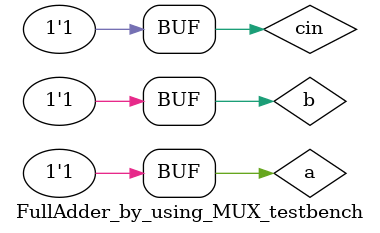
<source format=v>
`timescale 1ns / 1ps


module FullAdder_by_using_MUX_testbench;
    reg a,b,cin;
    wire sum,cout;
    FullAdder_by_using_MUX_design 
    uut(a,b,cin,sum,cout);
        initial begin
            {cin,a,b}=3'b000; #10;
            {cin,a,b}=3'b001; #10;
            {cin,a,b}=3'b010; #10;
            {cin,a,b}=3'b011; #10;
            {cin,a,b}=3'b100; #10;
            {cin,a,b}=3'b101; #10;
            {cin,a,b}=3'b110; #10;
            {cin,a,b}=3'b111; #10;    
        end
endmodule

</source>
